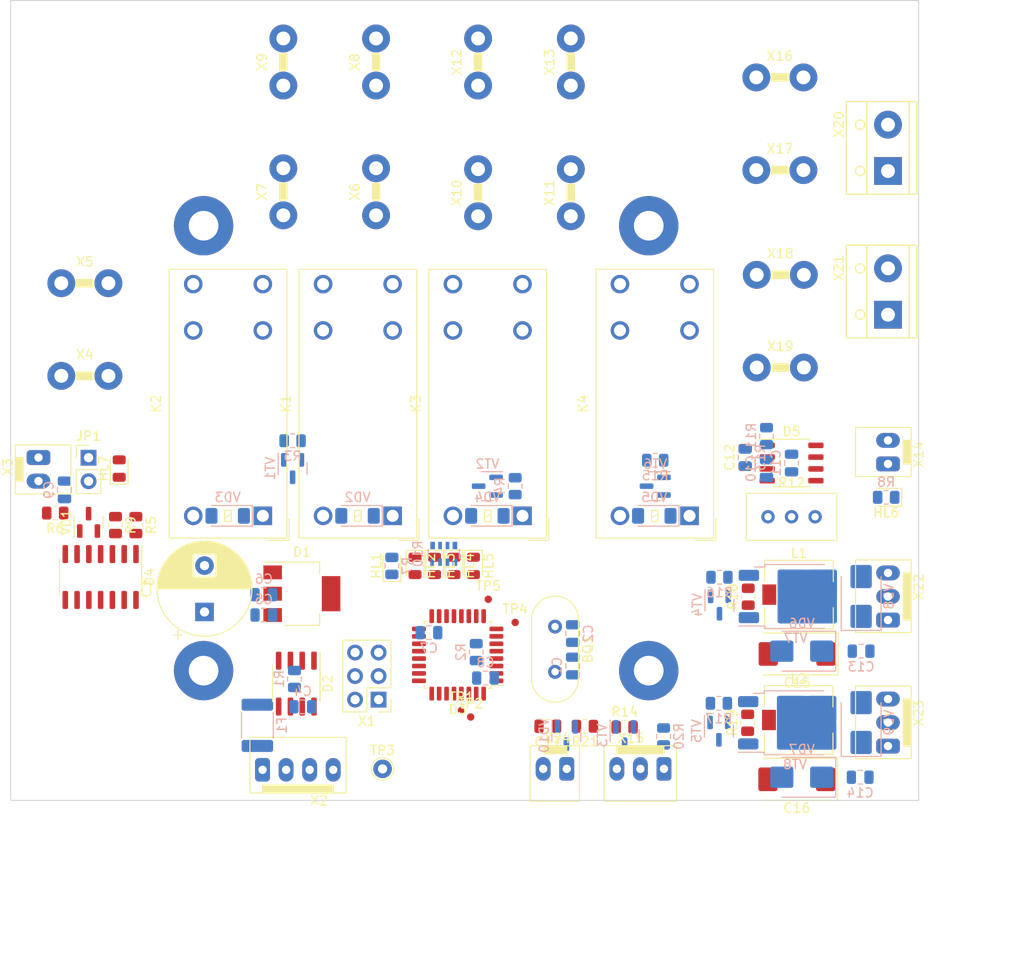
<source format=kicad_pcb>
(kicad_pcb (version 20221018) (generator pcbnew)

  (general
    (thickness 1.6)
  )

  (paper "A4")
  (layers
    (0 "F.Cu" signal)
    (31 "B.Cu" signal)
    (32 "B.Adhes" user "B.Adhesive")
    (33 "F.Adhes" user "F.Adhesive")
    (34 "B.Paste" user)
    (35 "F.Paste" user)
    (36 "B.SilkS" user "B.Silkscreen")
    (37 "F.SilkS" user "F.Silkscreen")
    (38 "B.Mask" user)
    (39 "F.Mask" user)
    (40 "Dwgs.User" user "User.Drawings")
    (41 "Cmts.User" user "User.Comments")
    (42 "Eco1.User" user "User.Eco1")
    (43 "Eco2.User" user "User.Eco2")
    (44 "Edge.Cuts" user)
    (45 "Margin" user)
    (46 "B.CrtYd" user "B.Courtyard")
    (47 "F.CrtYd" user "F.Courtyard")
    (48 "B.Fab" user)
    (49 "F.Fab" user)
    (50 "User.1" user)
    (51 "User.2" user)
    (52 "User.3" user)
    (53 "User.4" user)
    (54 "User.5" user)
    (55 "User.6" user)
    (56 "User.7" user)
    (57 "User.8" user)
    (58 "User.9" user)
  )

  (setup
    (pad_to_mask_clearance 0)
    (pcbplotparams
      (layerselection 0x00010fc_ffffffff)
      (plot_on_all_layers_selection 0x0000000_00000000)
      (disableapertmacros false)
      (usegerberextensions false)
      (usegerberattributes true)
      (usegerberadvancedattributes true)
      (creategerberjobfile true)
      (dashed_line_dash_ratio 12.000000)
      (dashed_line_gap_ratio 3.000000)
      (svgprecision 4)
      (plotframeref false)
      (viasonmask false)
      (mode 1)
      (useauxorigin false)
      (hpglpennumber 1)
      (hpglpenspeed 20)
      (hpglpendiameter 15.000000)
      (dxfpolygonmode true)
      (dxfimperialunits true)
      (dxfusepcbnewfont true)
      (psnegative false)
      (psa4output false)
      (plotreference true)
      (plotvalue true)
      (plotinvisibletext false)
      (sketchpadsonfab false)
      (subtractmaskfromsilk false)
      (outputformat 1)
      (mirror false)
      (drillshape 1)
      (scaleselection 1)
      (outputdirectory "")
    )
  )

  (net 0 "")
  (net 1 "Net-(D3-PF1)")
  (net 2 "Net-(D3-PF0)")
  (net 3 "GND")
  (net 4 "+12V")
  (net 5 "+3V3")
  (net 6 "E_STOP")
  (net 7 "Net-(D5A--)")
  (net 8 "Net-(D5A-+)")
  (net 9 "WATER")
  (net 10 "Net-(VD8-K)")
  (net 11 "Net-(VD9-K)")
  (net 12 "LIGHTS_SW")
  (net 13 "U1_RX")
  (net 14 "TXEN")
  (net 15 "U1_TX")
  (net 16 "Net-(D2-A)")
  (net 17 "Net-(D2-B)")
  (net 18 "RESET")
  (net 19 "Net-(D3-PA2)")
  (net 20 "Net-(D3-PA3)")
  (net 21 "LIGHTS")
  (net 22 "RL_EN")
  (net 23 "LED_AUX")
  (net 24 "LED_MAIN")
  (net 25 "LED_ERR")
  (net 26 "LED_ACT")
  (net 27 "unconnected-(D3-PA12-Pad22)")
  (net 28 "SWDIO")
  (net 29 "SWCLK")
  (net 30 "RL_AUX")
  (net 31 "RL_MAIN_uC")
  (net 32 "MOTOR1")
  (net 33 "MOTOR2")
  (net 34 "Net-(D3-PB6)")
  (net 35 "Net-(D3-PB7)")
  (net 36 "Net-(D4A-B)")
  (net 37 "LED_STOP")
  (net 38 "Net-(D4D-A)")
  (net 39 "RL_MAIN")
  (net 40 "Net-(X2-Pin_1)")
  (net 41 "unconnected-(H1-Pad1)")
  (net 42 "unconnected-(H2-Pad1)")
  (net 43 "unconnected-(H3-Pad1)")
  (net 44 "Net-(HL1-K)")
  (net 45 "Net-(HL2-K)")
  (net 46 "Net-(HL3-K)")
  (net 47 "Net-(HL4-K)")
  (net 48 "Net-(HL5-K)")
  (net 49 "Net-(HL6-K)")
  (net 50 "Net-(HL7-K)")
  (net 51 "/L_IN")
  (net 52 "/L_MAIN")
  (net 53 "Net-(VD2-A)")
  (net 54 "/N_IN")
  (net 55 "/N_MAIN")
  (net 56 "/L_AUX")
  (net 57 "/N_AUX")
  (net 58 "Net-(VD4-A)")
  (net 59 "Net-(X18-Pin_1)")
  (net 60 "Net-(X17-Pin_1)")
  (net 61 "Net-(X19-Pin_1)")
  (net 62 "Net-(X16-Pin_1)")
  (net 63 "Net-(VD5-A)")
  (net 64 "Net-(VD6-K)")
  (net 65 "Net-(VD7-K)")
  (net 66 "Net-(VT4-D)")
  (net 67 "Net-(VT5-D)")
  (net 68 "Net-(X15-Pin_1)")
  (net 69 "Net-(VT3-D)")
  (net 70 "unconnected-(X1-Pin_4-Pad4)")
  (net 71 "unconnected-(X15-Pin_2-Pad2)")
  (net 72 "unconnected-(X22-Pin_2-Pad2)")
  (net 73 "unconnected-(X23-Pin_2-Pad2)")

  (footprint "Package_SO:SOIC-8_3.9x4.9mm_P1.27mm" (layer "F.Cu") (at 110 99.4 -90))

  (footprint "Relay_THT:Relay_SPST_Omron_G2RL-1A-E" (layer "F.Cu") (at 106.3875 81.3 180))

  (footprint "Ecohim:Connector_TAB_6.35mm" (layer "F.Cu") (at 108.6 32.34 90))

  (footprint "Capacitor_SMD:C_0805_2012Metric" (layer "F.Cu") (at 158.4 75 90))

  (footprint "LED_SMD:LED_0805_2012Metric" (layer "F.Cu") (at 127 86.7 -90))

  (footprint "Ecohim:TestPoint_Pad_D0.8mm_no_circle" (layer "F.Cu") (at 127.8 102.3))

  (footprint "Ecohim:DS1070-3_WF-3_CONNFLY" (layer "F.Cu") (at 173.8 87.46 -90))

  (footprint "LED_SMD:LED_0805_2012Metric" (layer "F.Cu") (at 129.1 86.7 -90))

  (footprint "Resistor_SMD:R_0805_2012Metric" (layer "F.Cu") (at 141.12 104 180))

  (footprint "Ecohim:Connector_TAB_6.35mm" (layer "F.Cu") (at 129.6 32.34 90))

  (footprint "LED_SMD:LED_0805_2012Metric" (layer "F.Cu") (at 122.8 86.7 -90))

  (footprint "Capacitor_SMD:C_0805_2012Metric" (layer "F.Cu") (at 137.12 104 180))

  (footprint "Ecohim:Connector_TAB_6.35mm" (layer "F.Cu") (at 139.6 46.44 90))

  (footprint "Ecohim:TestPoint_Pad_D0.8mm_no_circle" (layer "F.Cu") (at 133.6 92.8))

  (footprint "Ecohim:Connector_TAB_6.35mm" (layer "F.Cu") (at 129.6 46.44 90))

  (footprint "Ecohim:Connector_TAB_6.35mm" (layer "F.Cu") (at 118.6 32.34 90))

  (footprint "Resistor_SMD:R_0805_2012Metric" (layer "F.Cu") (at 92.7 82.3 -90))

  (footprint "Ecohim:Connector_TAB_6.35mm" (layer "F.Cu") (at 162.14 34))

  (footprint "Ecohim:TerminalBlock_KLS2-301-5.00-02P" (layer "F.Cu") (at 173.8 57.1 90))

  (footprint "Resistor_SMD:R_0805_2012Metric" (layer "F.Cu") (at 84 81 180))

  (footprint "Relay_THT:Relay_DPST_Omron_G2RL-2A" (layer "F.Cu") (at 152.4 81.3 180))

  (footprint "Ecohim:TestPoint_Pad_D0.8mm_no_circle" (layer "F.Cu") (at 128.8 103))

  (footprint "Package_TO_SOT_SMD:SOT-23" (layer "F.Cu") (at 87.6 82 90))

  (footprint "Connector_PinHeader_2.54mm:PinHeader_2x03_P2.54mm_Vertical" (layer "F.Cu") (at 118.875 101.125 180))

  (footprint "MountingHole:MountingHole_3.2mm_M3_Pad" (layer "F.Cu") (at 100 98))

  (footprint "LED_SMD:LED_0805_2012Metric" (layer "F.Cu") (at 120.3 86.7 90))

  (footprint "Ecohim:Connector_TAB_6.35mm" (layer "F.Cu") (at 162.1875 55.3))

  (footprint "Ecohim:Connector_TAB_6.35mm" (layer "F.Cu") (at 139.6 32.34 90))

  (footprint "Package_SO:SOIC-14_3.9x8.7mm_P1.27mm" (layer "F.Cu") (at 88.9 87.9 -90))

  (footprint "Package_TO_SOT_SMD:SOT-223-3_TabPin2" (layer "F.Cu") (at 110.6 89.7))

  (footprint "Resistor_SMD:R_0805_2012Metric" (layer "F.Cu") (at 158.665 103.625 90))

  (footprint "MountingHole:MountingHole_3.2mm_M3_Pad" (layer "F.Cu") (at 100 50))

  (footprint "Resistor_SMD:R_0805_2012Metric" (layer "F.Cu") (at 158.725 90.025 90))

  (footprint "MountingHole:MountingHole_3.2mm_M3_Pad" (layer "F.Cu") (at 148 98))

  (footprint "Ecohim:TestPoint_Pad_D0.8mm_no_circle" (layer "F.Cu") (at 130.7 90.3))

  (footprint "Ecohim:TerminalBlock_KLS2-301-5.00-02P" (layer "F.Cu") (at 173.8 41.6 90))

  (footprint "Ecohim:Connector_TAB_6.35mm" (layer "F.Cu") (at 108.6 46.34 90))

  (footprint "LED_SMD:LED_0805_2012Metric" (layer "F.Cu") (at 90.9 76.2 90))

  (footprint "LED_SMD:LED_0805_2012Metric" (layer "F.Cu") (at 124.9 86.7 -90))

  (footprint "Potentiometer_THT:Potentiometer_Bourns_3296W_Vertical" (layer "F.Cu") (at 165.94 81.4))

  (footprint "Ecohim:DS1070-3_WF-3_CONNFLY" (layer "F.Cu") (at 173.8 101.06 -90))

  (footprint "TestPoint:TestPoint_THTPad_D2.0mm_Drill1.0mm" (layer "F.Cu") (at 119.3 108.6))

  (footprint "Ecohim:L_7.3x7.3_H4.5" (layer "F.Cu") (at 164.2 89.8))

  (footprint "Ecohim:Connector_TAB_6.35mm" (layer "F.Cu") (at 162.14 44))

  (footprint "Relay_THT:Relay_DPST_Omron_G2RL-2A" (layer "F.Cu") (at 134.3875 81.3 180))

  (footprint "Capacitor_Tantalum_SMD:CP_EIA-7343-31_Kemet-D" (layer "F.Cu") (at 163.965 109.725 180))

  (footprint "Ecohim:DS1070-2_WF-2_CONNFLY" (layer "F.Cu") (at 173.8 73.16 -90))

  (footprint "Capacitor_Tantalum_SMD:CP_EIA-7343-31_Kemet-D" (layer "F.Cu") (at 164 96.2 180))

  (footprint "MountingHole:MountingHole_3.2mm_M3_Pad" (layer "F.Cu") (at 148 50))

  (footprint "Ecohim:Connector_TAB_6.35mm" (layer "F.Cu") (at 118.6 46.34 90))

  (footprint "Package_SO:SOP-8_3.9x4.9mm_P1.27mm" (layer "F.Cu") (at 163.4 75.6))

  (footprint "Resistor_SMD:R_0805_2012Metric" (layer "F.Cu") (at 145.4 104.1))

  (footprint "Ecohim:Connector_TAB_6.35mm" (layer "F.Cu") (at 87.2 66.2))

  (footprint "Capacitor_THT:CP_Radial_D10.0mm_P5.00mm" (layer "F.Cu")
    (tstamp d2c70b1b-82de-4c1d-9832-72849f6bf79d)
    (at 100.1 91.667676 90)
    (descr "CP, Radial series, Radial, pin pitch=5.00mm, , diameter=10mm, Electrolytic Capacitor")
    (tags "CP Radial series Radial pin pitch 5.00mm  diameter 10mm Electrolytic Capacitor")
    (property "Sheetfile" "RS485_Relay_V2R1.kicad_sch")
    (property "Sheetname" "")
    (property "ki_description" "Polarized capacitor, small symbol")
    (property "ki_keywords" "cap capacitor")
    (path "/755713a6-f95f-47ef-8e16-86b551f7c23b")
    (attr through_hole)
    (fp_text reference "C3" (at 2.5 -6.25 90) (layer "F.SilkS")
        (effects (font (size 1 1) (thickness 0.15)))
      (tstamp 03ca0854-5126-44d6-b583-1b07b8cba19b)
    )
    (fp_text value "1000u/25V" (at 2.5 6.25 90) (layer "F.Fab")
        (effects (font (size 1 1) (thickness 0.15)))
      (tstamp 9fd079c4-0013-4152-bf67-940cd2243eb7)
    )
    (fp_text user "${REFERENCE}" (at 2.5 0 90) (layer "F.Fab")
        (effects (font (size 1 1) (thickness 0.15)))
      (tstamp 097e59e6-f3cd-428e-837f-f3fcc3e2661c)
    )
    (fp_line (start -2.979646 -2.875) (end -1.979646 -2.875)
      (stroke (width 0.12) (type solid)) (layer "F.SilkS") (tstamp 73b031bb-a4be-4795-8833-024a29b40ec7))
    (fp_line (start -2.479646 -3.375) (end -2.479646 -2.375)
      (stroke (width 0.12) (type solid)) (layer "F.SilkS") (tstamp 0d7afcbd-c081-4b80-86b4-fe66194aba04))
    (fp_line (start 2.5 -5.08) (end 2.5 5.08)
      (stroke (width 0.12) (type solid)) (layer "F.SilkS") (tstamp 976c8789-1da8-436e-a470-97dacbd569c6))
    (fp_line (start 2.54 -5.08) (end 2.54 5.08)
      (stroke (width 0.12) (type solid)) (layer "F.SilkS") (tstamp 17772d00-f6f9-485a-a351-3ef3144ce209))
    (fp_line (start 2.58 -5.08) (end 2.58 5.08)
      (stroke (width 0.12) (type solid)) (layer "F.SilkS") (tstamp e9323c62-0aae-4f10-b63b-2b5dc80d01f7))
    (fp_line (start 2.62 -5.079) (end 2.62 5.079)
      (stroke (width 0.12) (type solid)) (layer "F.SilkS") (tstamp 9984be9b-1b1c-418b-8ecd-e0d2e071de02))
    (fp_line (start 2.66 -5.078) (end 2.66 5.078)
      (stroke (width 0.12) (type solid)) (layer "F.SilkS") (tstamp 8dbca7ea-b212-4670-8fd5-cb21f9134d06))
    (fp_line (start 2.7 -5.077) (end 2.7 5.077)
      (stroke (width 0.12) (type solid)) (layer "F.SilkS") (tstamp f3f23f5f-ca02-4709-955b-344e49e104bb))
    (fp_line (start 2.74 -5.075) (end 2.74 5.075)
      (stroke (width 0.12) (type solid)) (layer "F.SilkS") (tstamp 07ccadeb-749b-4233-9fe0-0c60e5bf7521))
    (fp_line (start 2.78 -5.073) (end 2.78 5.073)
      (stroke (width 0.12) (type solid)) (layer "F.SilkS") (tstamp 5359b981-04ad-4ca4-81bf-a78b90f02c6b))
    (fp_line (start 2.82 -5.07) (end 2.82 5.07)
      (stroke (width 0.12) (type solid)) (layer "F.SilkS") (tstamp b5f03105-2bc4-4b94-b969-238a212dbd72))
    (fp_line (start 2.86 -5.068) (end 2.86 5.068)
      (stroke (width 0.12) (type solid)) (layer "F.SilkS") (tstamp bcc1a56c-70e4-44fc-8d1c-da26fbd81592))
    (fp_line (start 2.9 -5.065) (end 2.9 5.065)
      (stroke (width 0.12) (type solid)) (layer "F.SilkS") (tstamp 3c2a2559-3de2-4ba0-9a84-7835fb63ed7c))
    (fp_line (start 2.94 -5.062) (end 2.94 5.062)
      (stroke (width 0.12) (type solid)) (layer "F.SilkS") (tstamp d55041fb-5697-4b7e-b981-8d7835bf40cf))
    (fp_line (start 2.98 -5.058) (end 2.98 5.058)
      (stroke (width 0.12) (type solid)) (layer "F.SilkS") (tstamp e8b49ca2-44f2-4061-ab37-1678e867c3f8))
    (fp_line (start 3.02 -5.054) (end 3.02 5.054)
      (stroke (width 0.12) (type solid)) (layer "F.SilkS") (tstamp 585358fc-b2de-4b05-a8ed-40a2c7531950))
    (fp_line (start 3.06 -5.05) (end 3.06 5.05)
      (stroke (width 0.12) (type solid)) (layer "F.SilkS") (tstamp f301cf11-4c89-40eb-bbe4-dac117e5105c))
    (fp_line (start 3.1 -5.045) (end 3.1 5.045)
      (stroke (width 0.12) (type solid)) (layer "F.SilkS") (tstamp 92e3b4eb-7b74-4756-9dbd-0a28026aecae))
    (fp_line (start 3.14 -5.04) (end 3.14 5.04)
      (stroke (width 0.12) (type solid)) (layer "F.SilkS") (tstamp a3ffd7d2-ad5f-463d-a5a7-5cdc21bf30f6))
    (fp_line (start 3.18 -5.035) (end 3.18 5.035)
      (stroke (width 0.12) (type solid)) (layer "F.SilkS") (tstamp 620862c7-3562-4288-b118-96580097742f))
    (fp_line (start 3.221 -5.03) (end 3.221 5.03)
      (stroke (width 0.12) (type solid)) (layer "F.SilkS") (tstamp 4aa36aaf-2740-4112-9b02-1431acd4a395))
    (fp_line (start 3.261 -5.024) (end 3.261 5.024)
      (stroke (width 0.12) (type solid)) (layer "F.SilkS") (tstamp c3267b47-c414-488c-85f0-fed291d73289))
    (fp_line (start 3.301 -5.018) (end 3.301 5.018)
      (stroke (width 0.12) (type solid)) (layer "F.SilkS") (tstamp c23363c9-7e2d-4d44-9261-9d06e05bca73))
    (fp_line (start 3.341 -5.011) (end 3.341 5.011)
      (stroke (width 0.12) (type solid)) (layer "F.SilkS") (tstamp 55890ebc-7518-4cee-883d-44d34d75c049))
    (fp_line (start 3.381 -5.004) (end 3.381 5.004)
      (stroke (width 0.12) (type solid)) (layer "F.SilkS") (tstamp fe3d69c8-e586-413b-aef5-961568919392))
    (fp_line (start 3.421 -4.997) (end 3.421 4.997)
      (stroke (width 0.12) (type solid)) (layer "F.SilkS") (tstamp 346bf15b-5272-4afe-aecb-97b0a4ecd561))
    (fp_line (start 3.461 -4.99) (end 3.461 4.99)
      (stroke (width 0.12) (type solid)) (layer "F.SilkS") (tstamp 890e7647-d915-4fc8-8188-cf36d7d5324d))
    (fp_line (start 3.501 -4.982) (end 3.501 4.982)
      (stroke (width 0.12) (type solid)) (layer "F.SilkS") (tstamp a2ea16e0-d1c3-46e0-b838-26f2b712ab99))
    (fp_line (start 3.541 -4.974) (end 3.541 4.974)
      (stroke (width 0.12) (type solid)) (layer "F.SilkS") (tstamp 16245f12-fe96-4c9c-939e-c557d7ce4d04))
    (fp_line (start 3.581 -4.965) (end 3.581 4.965)
      (stroke (width 0.12) (type solid)) (layer "F.SilkS") (tstamp 278eb91b-331b-4c02-b4dd-6e91a51e00b1))
    (fp_line (start 3.621 -4.956) (end 3.621 4.956)
      (stroke (width 0.12) (type solid)) (layer "F.SilkS") (tstamp b2ce3837-b397-4cfc-a375-309fc2f8cac9))
    (fp_line (start 3.661 -4.947) (end 3.661 4.947)
      (stroke (width 0.12) (type solid)) (layer "F.SilkS") (tstamp fe0f70ea-c8a1-43ef-9b3b-3ed3c9722adb))
    (fp_line (start 3.701 -4.938) (end 3.701 4.938)
      (stroke (width 0.12) (type solid)) (layer "F.SilkS") (tstamp 97b544ca-7eac-486a-98db-5089daa8487a))
    (fp_line (start 3.741 -4.928) (end 3.741 4.928)
      (stroke (width 0.12) (type solid)) (layer "F.SilkS") (tstamp 1a1bf48b-e2cb-4a84-8382-34d4e3ce78c3))
    (fp_line (start 3.781 -4.918) (end 3.781 -1.241)
      (stroke (width 0.12) (type solid)) (layer "F.SilkS") (tstamp 75701047-0686-4ed2-88f4-3d5be16922c5))
    (fp_line (start 3.781 1.241) (end 3.781 4.918)
      (stroke (width 0.12) (type solid)) (layer "F.SilkS") (tstamp 5f37656a-a0db-405b-bd45-d371e5bd7d47))
    (fp_line (start 3.821 -4.907) (end 3.821 -1.241)
      (stroke (width 0.12) (type solid)) (layer "F.SilkS") (tstamp adfa62c8-919c-4eac-8f68-bd32b87506b0))
    (fp_line (start 3.821 1.241) (end 3.821 4.907)
      (stroke (width 0.12) (type solid)) (layer "F.SilkS") (tstamp e87bbda5-caed-4cea-ac4e-22aac512a1a1))
    (fp_line (start 3.861 -4.897) (end 3.861 -1.241)
      (stroke (width 0.12) (type solid)) (layer "F.SilkS") (tstamp ca0b6eea-6aff-44ae-86f9-6546cd45f71e))
    (fp_line (start 3.861 1.241) (end 3.861 4.897)
      (stroke (width 0.12) (type solid)) (layer "F.SilkS") (tstamp 4f0d27ca-17e4-410d-b528-61367fd77e44))
    (fp_line (start 3.901 -4.885) (end 3.901 -1.241)
      (stroke (width 0.12) (type solid)) (layer "F.SilkS") (tstamp 9e515b47-ae11-4645-8d6a-1d23dada75f6))
    (fp_line (start 3.901 1.241) (end 3.901 4.885)
      (stroke (width 0.12) (type solid)) (layer "F.SilkS") (tstamp 7169065d-2bb8-4038-ac1f-3eddd506ffd3))
    (fp_line (start 3.941 -4.874) (end 3.941 -1.241)
      (stroke (width 0.12) (type solid)) (layer "F.SilkS") (tstamp 4fa466bf-b674-412a-9c59-b2e5f4402778))
    (fp_line (start 3.941 1.241) (end 3.941 4.874)
      (stroke (width 0.12) (type solid)) (layer "F.SilkS") (tstamp fa1a8de9-4b3b-47f7-a101-ed29ab3500fb))
    (fp_line (start 3.981 -4.862) (end 3.981 -1.241)
      (stroke (width 0.12) (type solid)) (layer "F.SilkS") (tstamp ae3bd39c-b310-4a2b-9b33-268b7efedbbd))
    (fp_line (start 3.981 1.241) (end 3.981 4.862)
      (stroke (width 0.12) (type solid)) (layer "F.SilkS") (tstamp be84c5bf-7f7a-4635-8bba-af82b604c5b0))
    (fp_line (start 4.021 -4.85) (end 4.021 -1.241)
      (stroke (width 0.12) (type solid)) (layer "F.SilkS") (tstamp 4213f533-c5f0-44ca-a593-e5b3ac36f700))
    (fp_line (start 4.021 1.241) (end 4.021 4.85)
      (stroke (width 0.12) (type solid)) (layer "F.SilkS") (tstamp 44fee07d-975f-458c-ab05-e5e5680391ea))
    (fp_line (start 4.061 -4.837) (end 4.061 -1.241)
      (stroke (width 0.12) (type solid)) (layer "F.SilkS") (tstamp a1f65799-4ea8-4a8e-9b85-db32578f833f))
    (fp_line (start 4.061 1.241) (end 4.061 4.837)
      (stroke (width 0.12) (type solid)) (layer "F.SilkS") (tstamp 11440f1c-e196-4783-875b-d5cfcf5db73b))
    (fp_line (start 4.101 -4.824) (end 4.101 -1.241)
      (stroke (width 0.12) (type solid)) (layer "F.SilkS") (tstamp 539cd908-c845-4e62-bdbe-4836abca4be5))
    (fp_line (start 4.101 1.241) (end 4.101 4.824)
      (stroke (width 0.12) (type solid)) (layer "F.SilkS") (tstamp 94bade57-16c2-4335-a0c2-7be6435741fe))
    (fp_line (start 4.141 -4.811) (end 4.141 -1.241)
      (stroke (width 0.12) (type solid)) (layer "F.SilkS") (tstamp 4de77651-1a9f-4212-8802-e6a78363edc0))
    (fp_line (start 4.141 1.241) (end 4.141 4.811)
      (stroke (width 0.12) (type solid)) (layer "F.SilkS") (tstamp a2454ec6-fef9-4d82-b585-f6a30723d284))
    (fp_line (start 4.181 -4.797) (end 4.181 -1.241)
      (stroke (width 0.12) (type solid)) (layer "F.SilkS") (tstamp 4e255dfc-e4e9-4a5c-9272-fc10a346c7c0))
    (fp_line (start 4.181 1.241) (end 4.181 4.797)
      (stroke (width 0.12) (type solid)) (layer "F.SilkS") (tstamp 7f6b777d-e701-4cf0-be46-269d8b79ddcd))
    (fp_line (start 4.221 -4.783) (end 4.221 -1.241)
      (stroke (width 0.12) (type solid)) (layer "F.SilkS") (tstamp b4cd27c9-def7-41aa-a129-1eca36dcab71))
    (fp_line (start 4.221 1.241) (end 4.221 4.783)
      (stroke (width 0.12) (type solid)) (layer "F.SilkS") (tstamp 7fe3a6e6-cc19-4196-8265-0b738deb3c5b))
    (fp_line (start 4.261 -4.768) (end 4.261 -1.241)
      (stroke (width 0.12) (type solid)) (layer "F.SilkS") (tstamp 93c6f067-19f5-40d1-b751-c6ba522fb9c8))
    (fp_line (start 4.261 1.241) (end 4.261 4.768)
      (stroke (width 0.12) (type solid)) (layer "F.SilkS") (tstamp c7aa4b9b-7a01-4ae0-aeec-3d64d576ca8d))
    (fp_line (start 4.301 -4.754) (end 4.301 -1.241)
      (stroke (width 0.12) (type solid)) (layer "F.SilkS") (tstamp 810d1804-61f4-4979-adb6-5e476ec1f32d))
    (fp_line (start 4.301 1.241) (end 4.301 4.754)
      (stroke (width 0.12) (type solid)) (layer "F.SilkS") (tstamp 86d47cdf-963b-4078-96e8-70932e6035dc))
    (fp_line (start 4.341 -4.738) (end 4.341 -1.241)
      (stroke (width 0.12) (type solid)) (layer "F.SilkS") (tstamp 6c456fba-7a49-4479-8814-9b9a84f273e6))
    (fp_line (start 4.341 1.241) (end 4.341 4.738)
      (stroke (width 0.12) (type solid)) (layer "F.SilkS") (tstamp 52927094-85a5-47cd-b480-47d732b8978c))
    (fp_line (start 4.381 -4.723) (end 4.381 -1.241)
      (stroke (width 0.12) (type solid)) (layer "F.SilkS") (tstamp d8a11b87-8259-4a96-8010-168130d91cd8))
    (fp_line (start 4.381 1.241) (end 4.381 4.723)
      (stroke (width 0.12) (type solid)) (layer "F.SilkS") (tstamp 2c4a326a-9e81-47f2-aebc-3298fb50f211))
    (fp_line (start 4.421 -4.707) (end 4.421 -1.241)
      (stroke (width 0.12) (type solid)) (layer "F.SilkS") (tstamp a0994213-d208-44e9-a142-977432ecffee))
    (fp_line (start 4.421 1.241) (end 4.421 4.707)
      (stroke (width 0.12) (type solid)) (layer "F.SilkS") (tstamp e949fe73-7a7c-428e-a65d-1ab8b3f6e7ed))
    (fp_line (start 4.461 -4.69) (end 4.461 -1.241)
      (stroke (width 0.12) (type solid)) (layer "F.SilkS") (tstamp d5494799-6252-4ab3-a6b8-e526ae385778))
    (fp_line (start 4.461 1.241) (end 4.461 4.69)
      (stroke (width 0.12) (type solid)) (layer "F.SilkS") (tstamp d313255d-bec1-4133-ad7b-143594350bf3))
    (fp_line (start 4.501 -4.674) (end 4.501 -1.241)
      (stroke (width 0.12) (type solid)) (layer "F.SilkS") (tstamp ec4752a9-89da-4fd6-aa32-298074308862))
    (fp_line (start 4.501 1.241) (end 4.501 4.674)
      (stroke (width 0.12) (type solid)) (layer "F.SilkS") (tstamp da889d82-15e9-44f5-80b6-a2c59c0dbb37))
    (fp_line (start 4.541 -4.657) (end 4.541 -1.241)
      (stroke (width 0.12) (type solid)) (layer "F.SilkS") (tstamp 66a68df5-c12c-4bc2-9167-b2c8a21cdd1a))
    (fp_line (start 4.541 1.241) (end 4.541 4.657)
      (stroke (width 0.12) (type solid)) (layer "F.SilkS") (tstamp 6199746a-5e18-4ed3-b784-2d5d93efde50))
    (fp_line (start 4.581 -4.639) (end 4.581 -1.241)
      (stroke (width 0.12) (type solid)) (layer "F.SilkS") (tstamp 8c77cd0e-284f-462f-ba6f-114524623074))
    (fp_line (start 4.581 1.241) (end 4.581 4.639)
      (stroke (width 0.12) (type solid)) (layer "F.SilkS") (tstamp e51a4766-cacb-40db-a21b-8c9b9b20ce1a))
    (fp_line (start 4.621 -4.621) (end 4.621 -1.241)
      (stroke (width 0.12) (type solid)) (layer "F.SilkS") (tstamp bd4a9510-b7b3-4d1d-854d-d5de3b66cdad))
    (fp_line (start 4.621 1.241) (end 4.621 4.621)
      (stroke (width 0.12) (type solid)) (layer "F.SilkS") (tstamp d019f8e3-6e16-4702-9e7c-d1c2ad5cca9a))
    (fp_line (start 4.661 -4.603) (end 4.661 -1.241)
      (stroke (width 0.12) (type solid)) (layer "F.SilkS") (tstamp b9a10dfc-a6c0-44b0-8c90-f066647f9693))
    (fp_line (start 4.661 1.241) (end 4.661 4.603)
      (stroke (width 0.12) (type solid)) (layer "F.SilkS") (tstamp 239b4d8e-e988-427e-9ec9-715c4b8d040f))
    (fp_line (start 4.701 -4.584) (end 4.701 -1.241)
      (stroke (width 0.12) (type solid)) (layer "F.SilkS") (tstamp 9b45aada-049b-4da2-830c-527c476e8c69))
    (fp_line (start 4.701 1.241) (end 4.701 4.584)
      (stroke (width 0.12) (type solid)) (layer "F.SilkS") (tstamp d028a493-fd2c-4f5c-ae70-578c54c667f2))
    (fp_line (start 4.741 -4.564) (end 4.741 -1.241)
      (stroke (width 0.12) (type solid)) (layer "F.SilkS") (tstamp a668cc52-568c-4f8c-9b9b-866f19dc7ac3))
    (fp_line (start 4.741 1.241) (end 4.741 4.564)
      (stroke (width 0.12) (type solid)) (layer "F.SilkS") (tstamp 3f036b7a-367f-4655-b69e-fdae33de8eda))
    (fp_line (start 4.781 -4.545) (end 4.781 -1.241)
      (stroke (width 0.12) (type solid)) (layer "F.SilkS") (tstamp 50cc25c5-b8be-4283-aaf0-375413af18c4))
    (fp_line (start 4.781 1.241) (end 4.781 4.545)
      (stroke (width 0.12) (type solid)) (layer "F.SilkS") (tstamp 42bdeade-8373-4539-9eb3-d396a1399c15))
    (fp_line (start 4.821 -4.525) (end 4.821 -1.241)
      (stroke (width 0.12) (type solid)) (layer "F.SilkS") (tstamp 7d70d2f2-5353-4cb2-8a17-1ce8952d8cc8))
    (fp_line (start 4.821 1.241) (end 4.821 4.525)
      (stroke (width 0.12) (type solid)) (layer "F.SilkS") (tstamp f1c20b4b-2b21-42d8-9f05-9cebc7a670ee))
    (fp_line (start 4.861 -4.504) (end 4.861 -1.241)
      (stroke (width 0.12) (type solid)) (layer "F.SilkS") (tstamp 2e042801-032e-473e-8d60-fb9c5448c4a9))
    (fp_line (start 4.861 1.241) (end 4.861 4.504)
      (stroke (width 0.12) (type solid)) (layer "F.SilkS") (tstamp aad4b19d-f967-4c68-aa81-a8af6735679f))
    (fp_line (start 4.901 -4.483) (end 4.901 -1.241)
      (stroke (width 0.12) (type solid)) (layer "F.SilkS") (tstamp fc657462-f24e-4262-ad53-f5589d8891fd))
    (fp_line (start 4.901 1.241) (end 4.901 4.483)
      (stroke (width 0.12) (type solid)) (layer "F.SilkS") (tstamp c54d70ce-efcd-4c39-886b-b32870a32aaa))
    (fp_line (start 4.941 -4.462) (end 4.941 -1.241)
      (stroke (width 0.12) (type solid)) (layer "F.SilkS") (tstamp 5e6064ec-cc4e-48d5-8a97-409130738f38))
    (fp_line (start 4.941 1.241) (end 4.941 4.462)
      (stroke (width 0.12) (type solid)) (layer "F.SilkS") (tstamp b96cc61e-b00f-41fb-956e-b4471c1d5dd4))
    (fp_line (start 4.981 -4.44) (end 4.981 -1.241)
      (stroke (width 0.12) (type solid)) (layer "F.SilkS") (tstamp f2779a4c-a481-4a39-b912-e57d84122ac4))
    (fp_line (start 4.981 1.241) (end 4.981 4.44)
      (stroke (width 0.12) (type solid)) (layer "F.SilkS") (tstamp 54c9ba45-c331-4d18-bd3b-39d0ab06f5f3))
    (fp_line (start 5.021 -4.417) (end 5.021 -1.241)
      (stroke (width 0.12) (type solid)) (layer "F.SilkS") (tstamp ae28b017-5de5-4e12-bca8-965087f09e32))
    (fp_line (start 5.021 1.241) (end 5.021 4.417)
      (stroke (width 0.12) (type solid)) (layer "F.SilkS") (tstamp 2284abc9-b9bc-4ab3-9f72-a46a042731de))
    (fp_line (start 5.061 -4.395) (end 5.061 -1.241)
      (stroke (width 0.12) (type solid)) (layer "F.SilkS") (tstamp 5dcc1cf3-7e3c-4820-84d5-983bf4e2048e))
    (fp_line (start 5.061 1.241) (end 5.061 4.395)
      (stroke (width 0.12) (type solid)) (layer "F.SilkS") (tstamp 196054ea-5835-4c58-aa4b-8dfca6552905))
    (fp_line (start 5.101 -4.371) (end 5.101 -1.241)
      (stroke (width 0.12) (type solid)) (layer "F.SilkS") (tstamp 2006c8fc-b61c-4aea-93bb-e5b1174770af))
    (fp_line (start 5.101 1.241) (end 5.101 4.371)
      (stroke (width 0.12) (type solid)) (layer "F.SilkS") (tstamp fbc71a05-e70f-4b21-aa1c-5f6cfeffc1eb))
    (fp_line (start 5.141 -4.347) (end 5.141 -1.241)
      (stroke (width 0.12) (type solid)) (layer "F.SilkS") (tstamp f47c04f4-b1cf-4afb-b3a5-4991195f12a3))
    (fp_line (start 5.141 1.241) (end 5.141 4.347)
      (stroke (width 0.12) (type solid)) (layer "F.SilkS") (tstamp e8a8ce6b-80cb-454b-a21a-e9e4d3d14eed))
    (fp_line (start 5.181 -4.323) (end 5.181 -1.241)
      (stroke (width 0.12) (type solid)) (layer "F.SilkS") (tstamp a8d5ec1a-3ce5-4208-8080-b86be5cbaa50))
    (fp_line (start 5.181 1.241) (end 5.181 4.323)
      (stroke (width 0.12) (type solid)) (layer "F.SilkS") (tstamp b5d50cb1-5791-492e-9719-19d1543adae8))
    (fp_line (start 5.221 -4.298) (end 5.221 -1.241)
      (stroke (width 0.12) (type solid)) (layer "F.SilkS") (tstamp f08fc1d7-aebb-4924-9b1e-7c62a696d7bb))
    (fp_line (start 5.221 1.241) (end 5.221 4.298)
      (stroke (width 0.12) (type solid)) (layer "F.SilkS") (tstamp a9ae386e-004d-4d28-9a18-d88149f30dc1))
    (fp_line (start 5.261 -4.273) (end 5.261 -1.241)
      (stroke (width 0.12) (type solid)) (layer "F.SilkS") (tstamp 448dea3c-b4a1-41ea-9609-8a883687d018))
    (fp_line (start 5.261 1.241) (end 5.261 4.273)
      (stroke (width 0.12) (type solid)) (layer "F.SilkS") (tstamp 0ea87b92-52b9-4499-bf76-0599948c264f))
    (fp_line (start 5.301 -4.247) (end 5.301 -1.241)
      (stroke (width 0.12) (type solid)) (layer "F.SilkS") (tstamp 780b85b6-bd73-4c5f-9424-711331ce8540))
    (fp_line (start 5.301 1.241) (end 5.301 4.247)
      (stroke (width 0.12) (type solid)) (layer "F.SilkS") (tstamp 03aec86b-afb1-4c5b-989f-614158370d0e))
    (fp_line (start 5.341 -4.221) (end 5.341 -1.241)
      (stroke (width 0.12) (type solid)) (layer "F.SilkS") (tstamp f0773af9-f9a8-4300-8a75-1c23ff616075))
    (fp_line (start 5.341 1.241) (end 5.341 4.221)
      (stroke (width 0.12) (type solid)) (layer "F.SilkS") (tstamp e9d44ba6-31d5-4639-a9b6-01c39242278b))
    (fp_line (start 5.381 -4.194) (end 5.381 -1.241)
      (stroke (width 0.12) (type solid)) (layer "F.SilkS") (tstamp eccb9d2c-9b7c-44a7-a85f-0ab304146730))
    (fp_line (start 5.381 1.241) (end 5.381 4.194)
      (stroke (width 0.12) (type solid)) (layer "F.SilkS") (tstamp 88b5974a-e853-4e22-b956-477be0461eac))
    (fp_line (start 5.421 -4.166) (end 5.421 -1.241)
      (stroke (width 0.12) (type solid)) (layer "F.SilkS") (tstamp c51a9187-4931-496c-a00e-c4be11dbf915))
    (fp_line (start 5.421 1.241) (end 5.421 4.166)
      (stroke (width 0.12) (type solid)) (layer "F.SilkS") (tstamp 9b72123d-9896-48bf-ad60-35d8d0bbeba8))
    (fp_line (start 5.461 -4.138) (end 5.461 -1.241)
      (stroke (width 0.12) (type solid)) (layer "F.SilkS") (tstamp 641a125b-4d47-486f-88e3-1a6cf49a473d))
    (fp_line (start 5.461 1.241) (end 5.461 4.138)
      (stroke (width 0.12) (type solid)) (layer "F.SilkS") (tstamp 83ed6cdf-18e3-4192-b661-31fa7d3f0a38))
    (fp_line (start 5.501 -4.11) (end 5.501 -1.241)
      (stroke (width 0.12) (type solid)) (layer "F.SilkS") (tstamp 14b95e3a-7b7a-4f2e-8d9e-2036937d8744))
    (fp_line (start 5.501 1.241) (end 5.501 4.11)
      (stroke (width 0.12) (type solid)) (layer "F.SilkS") (tstamp 571e7f54-2139-482f-b6ae-ca194e441b92))
    (fp_line (start 5.541 -4.08) (end 5.541 -1.241)
      (stroke (width 0.12) (type solid)) (layer "F.SilkS") (tstamp 1bf19a93-80fa-4e54-9882-4935473114fc))
    (fp_line (start 5.541 1.241) (end 5.541 4.08)
      (stroke (width 0.12) (type solid)) (layer "F.SilkS") (tstamp fefc0e94-c8cd-43c4-a091-a60fd21e594e))
    (fp_line (start 5.581 -4.05) (end 5.581 -1.241)
      (stroke (width 0.12) (type solid)) (layer "F.SilkS") (tstamp 09b25855-806e-413f-aecf-335cbfa7cc49))
    (fp_line (start 5.581 1.241) (end 5.581 4.05)
      (stroke (width 0.12) (type solid)) (layer "F.SilkS") (tstamp 7ed605b9-3005-487f-8e2a-20402486183f))
    (fp_line (start 5.621 -4.02) (end 5.621 -1.241)
      (stroke (width 0.12) (type solid)) (layer "F.SilkS") (tstamp 1dcb45f8-9b35-4a08-9e76-163e1f8963a3))
    (fp_line (start 5.621 1.241) (end 5.621 4.02)
      (stroke (width 0.12) (type solid)) (layer "F.SilkS") (tstamp 1855d839-27e1-46a2-837a-81b733260d6c))
    (fp_line (start 5.661 -3.989) (end 5.661 -1.241)
      (stroke (width 0.12) (type solid)) (layer "F.SilkS") (tstamp 8454ae47-f2a0-4ac2-87bf-92ac21cb8b37))
    (fp_line (start 5.661 1.241) (end 5.661 3.989)
      (stroke (width 0.12) (type solid)) (layer "F.SilkS") (tstamp 68c84d25-e37c-49ce-b824-097e83cd48a8))
    (fp_line (start 5.701 -3.957) (end 5.701 -1.241)
      (stroke (width 0.12) (type solid)) (layer "F.SilkS") (tstamp 23d1ff44-f554-470e-bd21-515e398d2966))
    (fp_line (start 5.701 1.241) (end 5.701 3.957)
      (stroke (width 0.12) (type solid)) (layer "F.SilkS") (tstamp a0d95406-432f-4f31-99b1-4204b69e2bbf))
    (fp_line (start 5.741 -3.925) (end 5.741 -1.241)
      (stroke (width 0.12) (type solid)) (layer "F.SilkS") (tstamp b6b5f6d9-80f7-47ef-9371-d8489271d051))
    (fp_line (start 5.741 1.241) (end 5.741 3.925)
      (stroke (width 0.12) (type solid)) (layer "F.SilkS") (tstamp 0b684e0c-1f59-4117-8639-2ae25f67024f))
    (fp_line (start 5.781 -3.892) (end 5.781 -1.241)
      (stroke (width 0.12) (type solid)) (layer "F.SilkS") (tstamp 8ac0119f-1bb6-4d49-83f3-f49611f662e8))
    (fp_line (start 5.781 1.241) (end 5.781 3.892)
      (stroke (width 0.12) (type solid)) (layer "F.SilkS") (tstamp 366f7ba2-82ed-42cd-9ba2-554fe4c3d51a))
    (fp_line (start 5.821 -3.858) (end 5.821 -1.241)
      (stroke (width 0.12) (type solid)) (layer "F.SilkS") (tstamp 12ba558a-f412-426e-bfd4-9d44411ceac6))
    (fp_line (start 5.821 1.241) (end 5.821 3.858)
      (stroke (width 0.12) (type solid)) (layer "F.SilkS") (tstamp 8c86a38c-23be-4815-a73f-9d77cc37d434))
    (fp_line (start 5.861 -3.824) (end 5.861 -1.241)
      (stroke (width 0.12) (type solid)) (layer "F.SilkS") (tstamp eb1aa969-1ca4-4622-957a-3ed7256ffecc))
    (fp_line (start 5.861 1.241) (end 5.861 3.824)
      (stroke (width 0.12) (type solid)) (layer "F.SilkS") (tstamp ef70447e-106a-4769-af4d-efac9b6a8ea3))
    (fp_line (start 5.901 -3.789) (end 5.901 -1.241)
      (stroke (width 0.12) (type solid)) (layer "F.SilkS") (tstamp 7d866fd9-3471-461c-b878-5169dd2f1188))
    (fp_line (start 5.901 1.241) (end 5.901 3.789)
      (stroke (width 0.12) (type solid)) (layer "F.SilkS") (tstamp 07c77d16-3d3b-45d0-a38e-3ffcb34c3737))
    (fp_line (start 5.941 -3.753) (end 5.941 -1.241)
      (stroke (width 0.12) (type solid)) (layer "F.SilkS") (tstamp 1fa3cd13-cc82-4f2a-adcd-008204aa5667))
    (fp_line (start 5.941 1.241) (end 5.941 3.753)
      (stroke (width 0.12) (type solid)) (layer "F.SilkS") (tstamp 26590044-7173-45ba-928f-2164f66dd5ca))
    (fp_line (start 5.981 -3.716) (end 5.981 -1.241)
      (stroke (width 0.12) (type solid)) (layer "F.SilkS") (tstamp e83c92a4-6862-485d-930c-f7996ec76326))
    (fp_line (start 5.981 1.241) (end 5.981 3.716)
      (stroke (width 0.12) (type solid)) (layer "F.SilkS") (tstamp 15dfef3c-a756-424c-8432-2dd00d21ca00))
    (fp_line (start 6.021 -3.679) (end 6.021 -1.241)
      (stroke (width 0.12) (type solid)) (layer "F.SilkS") (tstamp ee6af6ce-57ad-4c60-be82-d607ca70f4e4))
    (fp_line (start 6.021 1.241) (end 6.021 3.679)
      (stroke (width 0.12) (type solid)) (layer "F.SilkS") (tstamp ed409093-27a5-4a2f-8221-4e979276500e))
    (fp_line (start 6.061 -3.64) (end 6.061 -1.241)
      (stroke (width 0.12) (type solid)) (layer "F.SilkS") (tstamp db1e5aee-0882-4edb-a709-5882dbbe829e))
    (fp_line (start 6.061 1.241) (end 6.061 3.64)
      (stroke (width 0.12) (type solid)) (layer "F.SilkS") (tstamp 184e6ca5-47dc-43ed-9f3c-73f5348dc210))
    (fp_line (start 6.101 -3.601) (end 6.101 -1.241)
      (stroke (width 0.12) (type solid)) (layer "F.SilkS") (tstamp 274a1d5a-c153-4d85-9fb3-85647b2198e7))
    (fp_line (start 6.101 1.241) (end 6.101 3.601)
      (stroke (width 0.12) (type solid)) (layer "F.SilkS") (tstamp 355e0ac2-860a-4df0-aa4d-3c51830bdd79))
    (fp_line (start 6.141 -3.561) (end 6.141 -1.241)
      (stroke (width 0.12) (type solid)) (layer "F.SilkS") (tstamp 786d96f2-079c-439a-9718-4f7bc3fcc9c9))
    (fp_line (start 6.141 1.241) (end 6.141 3.561)
      (stroke (width 0.12) (type solid)) (layer "F.SilkS") (tstamp 7be8dd4a-7314-46f4-a847-47dad3840931))
    (fp_line (start 6.181 -3.52) (end 6.181 -1.241)
      (stroke (width 0.12) (type solid)) (layer "F.SilkS") (tstamp 38bffc55-17cf-45ff-96d6-1bc782510a45))
    (fp_line (start 6.181 1.241) (end 6.181 3.52)
      (stroke (width 0.12) (type solid)) (layer "F.SilkS") (tstamp 9414d878-46d7-48e7-83e0-95840b30790b))
    (fp_line (start 6.221 -3.478) (end 6.221 -1.241)
      (stroke (width 0.12) (type solid)) (layer "F.SilkS") (tstamp 79aab32a-d8df-463d-b4ee-112574fcb16e))
    (fp_line (start 6.221 1.241) (end 6.221 3.478)
      (stroke (width 0.12) (type solid)) (layer "F.SilkS") (tstamp 12bf983d-d6d0-4a7a-9ab9-dd2a0466b478))
    (fp_line (start 6.261 -3.436) (end 6.261 3.436)
      (stroke (width 0.12) (type solid)) (layer "F.SilkS") (tstamp 9b8a3069-08db-4110-947a-003e7f5006a7))
    (fp_line (start 6.301 -3.392) (end 6.301 3.392)
      (stroke (width 0.12) (type solid)) (layer "F.SilkS") (tstamp 1bd8162a-1339-4893-acd2-8687146b349c))
    (fp_line (start 6.341 -3.347) (end 6.341 3.347)
      (stroke (width 0.12) (type solid)) (layer "F.SilkS") (tstamp 9b5f7632-da93-4531-a916-3492f05add02))
    (fp_line (start 6.381 -3.301) (end 6.381 3.301)
      (stroke (width 0.12) (type solid)) (layer "F.SilkS") (tstamp 35f72423-90b4-46f8-98ca-ac62a4816b37))
    (fp_line (start 6.421 -3.254) (end 6.421 3.254)
      (stroke (width 0.12) (type solid)) (layer "F.SilkS") (tstamp 3d61a587-2420-455d-be01-d9d61e6ebecc))
    (fp_line (start 6.461 -3.206) (end 6.461 3.206)
      (stroke (width 0.12) (type solid)) (layer "F.SilkS") (tstamp 9d2f585a-798e-4e4c-bfd2-c637ef9663c5))
    (fp_line (start 6.501 -3.156) (end 6.501 3.156)
      (stroke (width 0.12) (type solid)) (layer "F.SilkS") (tstamp 73858888-dc88-4c0e-81cd-c87cc1a620bf))
    (fp_line (start 6.541 -3.106) (end 6.541 3.106)
      (stroke (width 0.12) (type solid)) (layer "F.SilkS") (tstamp d0807837-bb3a-4f5e-a689-78a0fcc8364c))
    (fp_line (start 6.581 -3.054) (end 6.581 3.054)
      (stroke (width 0.12) (type solid)) (layer "F.SilkS") (tstamp 36371233-de49-4c55-a346-1dc7a0ea29c5))
    (fp_line (start 6.621 -3) (end 6.621 3)
      (stroke (width 0.12) (type solid)) (layer "F.SilkS") (tstamp 462062c4-337a-488f-92cd-3ee98e542738))
    (fp_line (start 6.661 -2.945) (end 6.661 2.945)
      (stroke (width 0.12) (type solid)) (layer "F.SilkS") (tstamp 4e95987e-77a0-4dd0-be93-0213cac0f552))
    (fp_line (start 6.701 -2.889) (end 6.701 2.889)
      (stroke (width 0.12) (type solid)) (layer "F.SilkS") (tstamp d36dbceb-de49-4a4b-93a6-fd51d6405637))
    (fp_line (start 6.741 -2.83) (end 6.741 2.83)
      (stroke (width 0.12) (type solid)) (layer "F.SilkS") (tstamp 0b096a7c-4113-444d-a511-c2f1b8206d2c))
    (fp_line (start 6.781 -2.77) (end 6.781 2.77)
      (stroke (width 0.12) (type solid)) (layer "F.SilkS") (tstamp f3420e30-a56c-4617-8182-91ece9407174))
    (fp_line (start 6.821 -2.709) (end 6.821 2.709)
      (stroke (width 0.12) (type solid)) (layer "F.SilkS") (tstamp 293af8e5-21f4-4920-be35-447cd68199a6))
    (fp_line (start 6.861 -2.645) (end 6.861 2.645)
      (stroke (width 0.12) (type solid)) (layer "F.SilkS") (tstamp 29b40436-4160-4682-8f9e-8fa386e73376))
    (fp_line (start 6.901 -2.579) (end 6.901 2.579)
      (stroke (width 0.12) (type solid)) (layer "F.SilkS") (tstamp 5c43f6f0-9f58-42dc-b4e9-ae029c66fd0b))
    (fp_line (start 6.941 -2.51) (end 6.941 2.51)
      (stroke (width 0.12) (type solid)) (layer "F.SilkS") (tstamp 92849124-de28-45ea-8235-200e9348e332))
    (fp_line (start 6.981 -2.439) (end 6.981 2.439)
      (stroke (width 0.12) (type solid)) (layer "F.SilkS") (tstamp 1add8db2-c138-4e23-a845-2a9af9e202af))
    (fp_line (start 7.021 -2.365) (end 7.021 2.365)
      (stroke (width 0.12) (type solid)) (layer "F.SilkS") (tstamp 387cbce5-718e-4e6e-99f8-e6c898269ac9))
    (fp_line (start 7.061 -2.289) (end 7.061 2.289)
      (stroke (width 0.12) (type solid)) (layer "F.SilkS") (tstamp f673cfc1-f27c-4a1d-8b25-be381319a95f))
    (fp_line (start 7.101 -2.209) (end 7.101 2.209)
      (stroke (width 0.12) (type solid)) (layer "F.SilkS") (tstamp 8c07c53c-70ca-432b-842d-3c1483bf7007))
    (fp_line (start 7.141 -2.125) (end 7.141 2.125)
      (stroke (width 0.12) (type solid)) (layer "F.SilkS") (tstamp 9638b56b-b81a-4ab3-a6d4-b9e927651f5e))
    (fp_line (start 7.181 -2.037) (end 7.181 2.037)
      (stroke (width 0.12) (type solid)) (layer "F.SilkS") (tstamp c66fa6b3-0d00-42ac-9351-0ad0be8df722))
    (fp_line (start 7.221 -1.944) (end 7.221 1.944)
      (stroke (width 0.12) (type solid)) (layer "F.SilkS") (tstamp c4b0c718-4594-4e5e-b10d-5134c688070c))
    (fp_line (start 7.261 -1.846) (end 7.261 1.846)
      (stroke (width 0.12) (type solid)) (layer "F.SilkS") (tstamp 89da701e-ca5f-4b99-8c92-b37d41c4dfba))
    (fp_line (start 7.301 -1.742) (end 7.301 1.742)
      (stroke (width 0.12) (type solid)) (layer "F.SilkS") (tstamp 4bf4281a-7af8-40d9-a792-abc3cefcc5fd))
    (fp_line (start 7.341 -1.63) (end 7.341 1.63)
      (stroke (width 0.12) (type solid)) (layer "F.SilkS") (tstamp e4b67c7b-4643-474a-bb97-1acf1ca35359))
    (fp_line (start 7.381 -1.51) (end 7.381 1.51)
      (stroke (width 0.12) (type solid)) (layer "F.SilkS") (tstamp daf1eb4d-de74-40bd-b1f6-230c8e9f1de0))
    (fp_line (start 7.421 -1.378) (end 7.421 1.378)
      (stroke (width 0.12) (type solid)) (layer "F.SilkS") (tstamp 30be70e8-4b5a-4dd0-a6ab-4a336b06f201))
    (fp_line (start 7.461 -1.23) (end 7.461 1.23)
      (stroke (width 0.12) (type solid)) (layer "F.SilkS") (tstamp f29065de-454f-418e-bf88-4a94474a2305))
    (fp_line (start 7.501 -1.062) (end 7.501 1.062)
      (stroke (width 0.12) (type solid)) (layer "F.SilkS") (tstamp 4d0b6e8f-350f-468a-86d1-65a1ba7fd281))
    (fp_line (start 7.541 -0.862) (end 7.541 0.862)
      (stroke (width 0.12) (type solid)) (layer "F.SilkS") (tstamp a4a55cae-9d4b-46ff-b0af-5242038053a4))
    (fp_line (start 7.581 -0.599) (end 7.581 0.599)
      (stroke (width 0.12) (type solid)) (layer "F.SilkS") (tstamp 92e221fe-3abd-44df-b813-301e8eb9883a))
    (fp_circle (center 2.5 0) (end 7.62 0)
     
... [224007 chars truncated]
</source>
